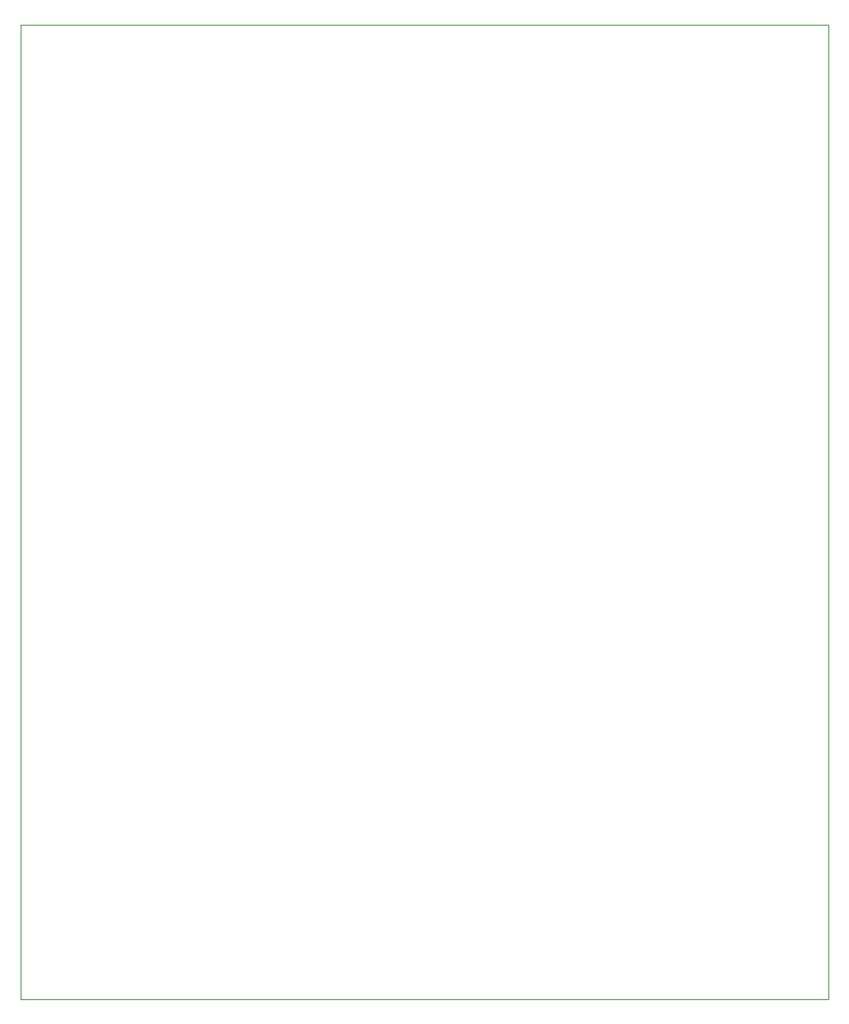
<source format=gm1>
%TF.GenerationSoftware,KiCad,Pcbnew,9.0.0*%
%TF.CreationDate,2025-03-22T03:19:02+00:00*%
%TF.ProjectId,PicoConsole,5069636f-436f-46e7-936f-6c652e6b6963,1*%
%TF.SameCoordinates,Original*%
%TF.FileFunction,Profile,NP*%
%FSLAX46Y46*%
G04 Gerber Fmt 4.6, Leading zero omitted, Abs format (unit mm)*
G04 Created by KiCad (PCBNEW 9.0.0) date 2025-03-22 03:19:02*
%MOMM*%
%LPD*%
G01*
G04 APERTURE LIST*
%TA.AperFunction,Profile*%
%ADD10C,0.050000*%
%TD*%
G04 APERTURE END LIST*
D10*
X112630000Y-35253900D02*
X195630000Y-35253900D01*
X195630000Y-135253900D01*
X112630000Y-135253900D01*
X112630000Y-35253900D01*
M02*

</source>
